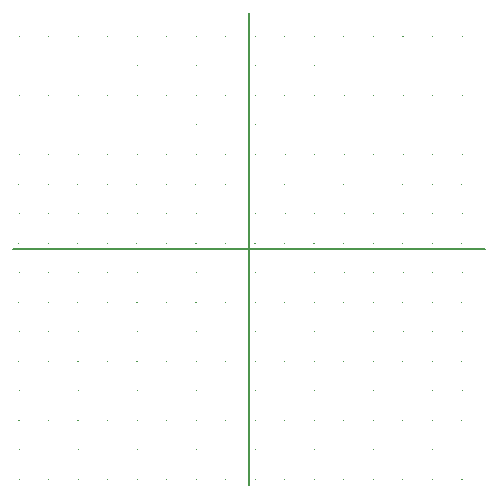
<source format=gto>
G04 #@! TF.GenerationSoftware,KiCad,Pcbnew,7.0.2-6a45011f42~172~ubuntu22.04.1*
G04 #@! TF.CreationDate,2023-08-07T12:42:53-07:00*
G04 #@! TF.ProjectId,driver_40mm_atmega,64726976-6572-45f3-9430-6d6d5f61746d,rev?*
G04 #@! TF.SameCoordinates,Original*
G04 #@! TF.FileFunction,Legend,Top*
G04 #@! TF.FilePolarity,Positive*
%FSLAX46Y46*%
G04 Gerber Fmt 4.6, Leading zero omitted, Abs format (unit mm)*
G04 Created by KiCad (PCBNEW 7.0.2-6a45011f42~172~ubuntu22.04.1) date 2023-08-07 12:42:53*
%MOMM*%
%LPD*%
G01*
G04 APERTURE LIST*
G04 Aperture macros list*
%AMRoundRect*
0 Rectangle with rounded corners*
0 $1 Rounding radius*
0 $2 $3 $4 $5 $6 $7 $8 $9 X,Y pos of 4 corners*
0 Add a 4 corners polygon primitive as box body*
4,1,4,$2,$3,$4,$5,$6,$7,$8,$9,$2,$3,0*
0 Add four circle primitives for the rounded corners*
1,1,$1+$1,$2,$3*
1,1,$1+$1,$4,$5*
1,1,$1+$1,$6,$7*
1,1,$1+$1,$8,$9*
0 Add four rect primitives between the rounded corners*
20,1,$1+$1,$2,$3,$4,$5,0*
20,1,$1+$1,$4,$5,$6,$7,0*
20,1,$1+$1,$6,$7,$8,$9,0*
20,1,$1+$1,$8,$9,$2,$3,0*%
G04 Aperture macros list end*
%ADD10C,0.200000*%
%ADD11C,0.100000*%
%ADD12RoundRect,0.147500X0.017678X-0.226274X0.226274X-0.017678X-0.017678X0.226274X-0.226274X0.017678X0*%
G04 APERTURE END LIST*
D10*
X50000000Y-70000000D02*
X90000000Y-70000000D01*
X70000000Y-50000000D02*
X70000000Y-90000000D01*
D11*
X85529254Y-64520746D02*
G75*
G03*
X85529254Y-64520746I-50000J0D01*
G01*
X83029254Y-64520746D02*
G75*
G03*
X83029254Y-64520746I-50000J0D01*
G01*
X80529254Y-64520746D02*
G75*
G03*
X80529254Y-64520746I-50000J0D01*
G01*
X78029254Y-64520746D02*
G75*
G03*
X78029254Y-64520746I-50000J0D01*
G01*
X75529254Y-64520746D02*
G75*
G03*
X75529254Y-64520746I-50000J0D01*
G01*
X73029254Y-64520746D02*
G75*
G03*
X73029254Y-64520746I-50000J0D01*
G01*
X70529254Y-64520746D02*
G75*
G03*
X70529254Y-64520746I-50000J0D01*
G01*
X88029254Y-62020746D02*
G75*
G03*
X88029254Y-62020746I-50000J0D01*
G01*
X85529254Y-62020746D02*
G75*
G03*
X85529254Y-62020746I-50000J0D01*
G01*
X83029254Y-62020746D02*
G75*
G03*
X83029254Y-62020746I-50000J0D01*
G01*
X80529254Y-62020746D02*
G75*
G03*
X80529254Y-62020746I-50000J0D01*
G01*
X78029254Y-62020746D02*
G75*
G03*
X78029254Y-62020746I-50000J0D01*
G01*
X75529254Y-62020746D02*
G75*
G03*
X75529254Y-62020746I-50000J0D01*
G01*
X73029254Y-62020746D02*
G75*
G03*
X73029254Y-62020746I-50000J0D01*
G01*
X88029254Y-59520746D02*
G75*
G03*
X88029254Y-59520746I-50000J0D01*
G01*
X70529254Y-62020746D02*
G75*
G03*
X70529254Y-62020746I-50000J0D01*
G01*
X88029254Y-67020746D02*
G75*
G03*
X88029254Y-67020746I-50000J0D01*
G01*
X80529254Y-69520746D02*
G75*
G03*
X80529254Y-69520746I-50000J0D01*
G01*
X83029254Y-69520746D02*
G75*
G03*
X83029254Y-69520746I-50000J0D01*
G01*
X68029254Y-89520746D02*
G75*
G03*
X68029254Y-89520746I-50000J0D01*
G01*
X85529254Y-69520746D02*
G75*
G03*
X85529254Y-69520746I-50000J0D01*
G01*
X78029254Y-69520746D02*
G75*
G03*
X78029254Y-69520746I-50000J0D01*
G01*
X75529254Y-69520746D02*
G75*
G03*
X75529254Y-69520746I-50000J0D01*
G01*
X73029254Y-69520746D02*
G75*
G03*
X73029254Y-69520746I-50000J0D01*
G01*
X70529254Y-69520746D02*
G75*
G03*
X70529254Y-69520746I-50000J0D01*
G01*
X88029254Y-64520746D02*
G75*
G03*
X88029254Y-64520746I-50000J0D01*
G01*
X85529254Y-67020746D02*
G75*
G03*
X85529254Y-67020746I-50000J0D01*
G01*
X83029254Y-67020746D02*
G75*
G03*
X83029254Y-67020746I-50000J0D01*
G01*
X80529254Y-67020746D02*
G75*
G03*
X80529254Y-67020746I-50000J0D01*
G01*
X78029254Y-67020746D02*
G75*
G03*
X78029254Y-67020746I-50000J0D01*
G01*
X75529254Y-67020746D02*
G75*
G03*
X75529254Y-67020746I-50000J0D01*
G01*
X73029254Y-67020746D02*
G75*
G03*
X73029254Y-67020746I-50000J0D01*
G01*
X70529254Y-67020746D02*
G75*
G03*
X70529254Y-67020746I-50000J0D01*
G01*
X85529254Y-54520746D02*
G75*
G03*
X85529254Y-54520746I-50000J0D01*
G01*
X65529254Y-87020746D02*
G75*
G03*
X65529254Y-87020746I-50000J0D01*
G01*
X70529254Y-52020746D02*
G75*
G03*
X70529254Y-52020746I-50000J0D01*
G01*
X73029254Y-52020746D02*
G75*
G03*
X73029254Y-52020746I-50000J0D01*
G01*
X75529254Y-52020746D02*
G75*
G03*
X75529254Y-52020746I-50000J0D01*
G01*
X78029254Y-52020746D02*
G75*
G03*
X78029254Y-52020746I-50000J0D01*
G01*
X80529254Y-52020746D02*
G75*
G03*
X80529254Y-52020746I-50000J0D01*
G01*
X83029254Y-52020746D02*
G75*
G03*
X83029254Y-52020746I-50000J0D01*
G01*
X85529254Y-52020746D02*
G75*
G03*
X85529254Y-52020746I-50000J0D01*
G01*
X88029254Y-52020746D02*
G75*
G03*
X88029254Y-52020746I-50000J0D01*
G01*
X70529254Y-54520746D02*
G75*
G03*
X70529254Y-54520746I-50000J0D01*
G01*
X73029254Y-54520746D02*
G75*
G03*
X73029254Y-54520746I-50000J0D01*
G01*
X75529254Y-54520746D02*
G75*
G03*
X75529254Y-54520746I-50000J0D01*
G01*
X78029254Y-54520746D02*
G75*
G03*
X78029254Y-54520746I-50000J0D01*
G01*
X80529254Y-54520746D02*
G75*
G03*
X80529254Y-54520746I-50000J0D01*
G01*
X83029254Y-54520746D02*
G75*
G03*
X83029254Y-54520746I-50000J0D01*
G01*
X85529254Y-59520746D02*
G75*
G03*
X85529254Y-59520746I-50000J0D01*
G01*
X88029254Y-54520746D02*
G75*
G03*
X88029254Y-54520746I-50000J0D01*
G01*
X70529254Y-57020746D02*
G75*
G03*
X70529254Y-57020746I-50000J0D01*
G01*
X73029254Y-57020746D02*
G75*
G03*
X73029254Y-57020746I-50000J0D01*
G01*
X75529254Y-57020746D02*
G75*
G03*
X75529254Y-57020746I-50000J0D01*
G01*
X78029254Y-57020746D02*
G75*
G03*
X78029254Y-57020746I-50000J0D01*
G01*
X80529254Y-57020746D02*
G75*
G03*
X80529254Y-57020746I-50000J0D01*
G01*
X83029254Y-57020746D02*
G75*
G03*
X83029254Y-57020746I-50000J0D01*
G01*
X85529254Y-57020746D02*
G75*
G03*
X85529254Y-57020746I-50000J0D01*
G01*
X88029254Y-57020746D02*
G75*
G03*
X88029254Y-57020746I-50000J0D01*
G01*
X70529254Y-59520746D02*
G75*
G03*
X70529254Y-59520746I-50000J0D01*
G01*
X73029254Y-59520746D02*
G75*
G03*
X73029254Y-59520746I-50000J0D01*
G01*
X75529254Y-59520746D02*
G75*
G03*
X75529254Y-59520746I-50000J0D01*
G01*
X78029254Y-59520746D02*
G75*
G03*
X78029254Y-59520746I-50000J0D01*
G01*
X80529254Y-59520746D02*
G75*
G03*
X80529254Y-59520746I-50000J0D01*
G01*
X83029254Y-59520746D02*
G75*
G03*
X83029254Y-59520746I-50000J0D01*
G01*
X88029254Y-82020746D02*
G75*
G03*
X88029254Y-82020746I-50000J0D01*
G01*
X88029254Y-84520746D02*
G75*
G03*
X88029254Y-84520746I-50000J0D01*
G01*
X85529254Y-84520746D02*
G75*
G03*
X85529254Y-84520746I-50000J0D01*
G01*
X83029254Y-84520746D02*
G75*
G03*
X83029254Y-84520746I-50000J0D01*
G01*
X80529254Y-84520746D02*
G75*
G03*
X80529254Y-84520746I-50000J0D01*
G01*
X78029254Y-84520746D02*
G75*
G03*
X78029254Y-84520746I-50000J0D01*
G01*
X75529254Y-84520746D02*
G75*
G03*
X75529254Y-84520746I-50000J0D01*
G01*
X73029254Y-84520746D02*
G75*
G03*
X73029254Y-84520746I-50000J0D01*
G01*
X70529254Y-84520746D02*
G75*
G03*
X70529254Y-84520746I-50000J0D01*
G01*
X70529254Y-87020746D02*
G75*
G03*
X70529254Y-87020746I-50000J0D01*
G01*
X85529254Y-82020746D02*
G75*
G03*
X85529254Y-82020746I-50000J0D01*
G01*
X83029254Y-82020746D02*
G75*
G03*
X83029254Y-82020746I-50000J0D01*
G01*
X80529254Y-82020746D02*
G75*
G03*
X80529254Y-82020746I-50000J0D01*
G01*
X78029254Y-82020746D02*
G75*
G03*
X78029254Y-82020746I-50000J0D01*
G01*
X75529254Y-82020746D02*
G75*
G03*
X75529254Y-82020746I-50000J0D01*
G01*
X73029254Y-82020746D02*
G75*
G03*
X73029254Y-82020746I-50000J0D01*
G01*
X70529254Y-82020746D02*
G75*
G03*
X70529254Y-82020746I-50000J0D01*
G01*
X88029254Y-79520746D02*
G75*
G03*
X88029254Y-79520746I-50000J0D01*
G01*
X73029254Y-87020746D02*
G75*
G03*
X73029254Y-87020746I-50000J0D01*
G01*
X75529254Y-87020746D02*
G75*
G03*
X75529254Y-87020746I-50000J0D01*
G01*
X78029254Y-87020746D02*
G75*
G03*
X78029254Y-87020746I-50000J0D01*
G01*
X80529254Y-87020746D02*
G75*
G03*
X80529254Y-87020746I-50000J0D01*
G01*
X83029254Y-87020746D02*
G75*
G03*
X83029254Y-87020746I-50000J0D01*
G01*
X85529254Y-87020746D02*
G75*
G03*
X85529254Y-87020746I-50000J0D01*
G01*
X88029254Y-87020746D02*
G75*
G03*
X88029254Y-87020746I-50000J0D01*
G01*
X70529254Y-89520746D02*
G75*
G03*
X70529254Y-89520746I-50000J0D01*
G01*
X73029254Y-89520746D02*
G75*
G03*
X73029254Y-89520746I-50000J0D01*
G01*
X75529254Y-89520746D02*
G75*
G03*
X75529254Y-89520746I-50000J0D01*
G01*
X78029254Y-89520746D02*
G75*
G03*
X78029254Y-89520746I-50000J0D01*
G01*
X80529254Y-89520746D02*
G75*
G03*
X80529254Y-89520746I-50000J0D01*
G01*
X83029254Y-89520746D02*
G75*
G03*
X83029254Y-89520746I-50000J0D01*
G01*
X85529254Y-89520746D02*
G75*
G03*
X85529254Y-89520746I-50000J0D01*
G01*
X88029254Y-89520746D02*
G75*
G03*
X88029254Y-89520746I-50000J0D01*
G01*
X88029254Y-74520746D02*
G75*
G03*
X88029254Y-74520746I-50000J0D01*
G01*
X70529254Y-72020746D02*
G75*
G03*
X70529254Y-72020746I-50000J0D01*
G01*
X73029254Y-72020746D02*
G75*
G03*
X73029254Y-72020746I-50000J0D01*
G01*
X75529254Y-72020746D02*
G75*
G03*
X75529254Y-72020746I-50000J0D01*
G01*
X78029254Y-72020746D02*
G75*
G03*
X78029254Y-72020746I-50000J0D01*
G01*
X80529254Y-72020746D02*
G75*
G03*
X80529254Y-72020746I-50000J0D01*
G01*
X83029254Y-72020746D02*
G75*
G03*
X83029254Y-72020746I-50000J0D01*
G01*
X85529254Y-72020746D02*
G75*
G03*
X85529254Y-72020746I-50000J0D01*
G01*
X88029254Y-72020746D02*
G75*
G03*
X88029254Y-72020746I-50000J0D01*
G01*
X70529254Y-74520746D02*
G75*
G03*
X70529254Y-74520746I-50000J0D01*
G01*
X73029254Y-74520746D02*
G75*
G03*
X73029254Y-74520746I-50000J0D01*
G01*
X75529254Y-74520746D02*
G75*
G03*
X75529254Y-74520746I-50000J0D01*
G01*
X78029254Y-74520746D02*
G75*
G03*
X78029254Y-74520746I-50000J0D01*
G01*
X80529254Y-74520746D02*
G75*
G03*
X80529254Y-74520746I-50000J0D01*
G01*
X83029254Y-74520746D02*
G75*
G03*
X83029254Y-74520746I-50000J0D01*
G01*
X85529254Y-74520746D02*
G75*
G03*
X85529254Y-74520746I-50000J0D01*
G01*
X88029254Y-69520746D02*
G75*
G03*
X88029254Y-69520746I-50000J0D01*
G01*
X70529254Y-77020746D02*
G75*
G03*
X70529254Y-77020746I-50000J0D01*
G01*
X73029254Y-77020746D02*
G75*
G03*
X73029254Y-77020746I-50000J0D01*
G01*
X75529254Y-77020746D02*
G75*
G03*
X75529254Y-77020746I-50000J0D01*
G01*
X78029254Y-77020746D02*
G75*
G03*
X78029254Y-77020746I-50000J0D01*
G01*
X80529254Y-77020746D02*
G75*
G03*
X80529254Y-77020746I-50000J0D01*
G01*
X83029254Y-77020746D02*
G75*
G03*
X83029254Y-77020746I-50000J0D01*
G01*
X85529254Y-77020746D02*
G75*
G03*
X85529254Y-77020746I-50000J0D01*
G01*
X88029254Y-77020746D02*
G75*
G03*
X88029254Y-77020746I-50000J0D01*
G01*
X70529254Y-79520746D02*
G75*
G03*
X70529254Y-79520746I-50000J0D01*
G01*
X73029254Y-79520746D02*
G75*
G03*
X73029254Y-79520746I-50000J0D01*
G01*
X75529254Y-79520746D02*
G75*
G03*
X75529254Y-79520746I-50000J0D01*
G01*
X78029254Y-79520746D02*
G75*
G03*
X78029254Y-79520746I-50000J0D01*
G01*
X80529254Y-79520746D02*
G75*
G03*
X80529254Y-79520746I-50000J0D01*
G01*
X83029254Y-79520746D02*
G75*
G03*
X83029254Y-79520746I-50000J0D01*
G01*
X85529254Y-79520746D02*
G75*
G03*
X85529254Y-79520746I-50000J0D01*
G01*
X68029254Y-64520746D02*
G75*
G03*
X68029254Y-64520746I-50000J0D01*
G01*
X50529254Y-62020746D02*
G75*
G03*
X50529254Y-62020746I-50000J0D01*
G01*
X53029254Y-62020746D02*
G75*
G03*
X53029254Y-62020746I-50000J0D01*
G01*
X55529254Y-62020746D02*
G75*
G03*
X55529254Y-62020746I-50000J0D01*
G01*
X58029254Y-62020746D02*
G75*
G03*
X58029254Y-62020746I-50000J0D01*
G01*
X60529254Y-62020746D02*
G75*
G03*
X60529254Y-62020746I-50000J0D01*
G01*
X63029254Y-62020746D02*
G75*
G03*
X63029254Y-62020746I-50000J0D01*
G01*
X65529254Y-62020746D02*
G75*
G03*
X65529254Y-62020746I-50000J0D01*
G01*
X68029254Y-62020746D02*
G75*
G03*
X68029254Y-62020746I-50000J0D01*
G01*
X50529254Y-64520746D02*
G75*
G03*
X50529254Y-64520746I-50000J0D01*
G01*
X53029254Y-64520746D02*
G75*
G03*
X53029254Y-64520746I-50000J0D01*
G01*
X55529254Y-64520746D02*
G75*
G03*
X55529254Y-64520746I-50000J0D01*
G01*
X58029254Y-64520746D02*
G75*
G03*
X58029254Y-64520746I-50000J0D01*
G01*
X60529254Y-64520746D02*
G75*
G03*
X60529254Y-64520746I-50000J0D01*
G01*
X63029254Y-64520746D02*
G75*
G03*
X63029254Y-64520746I-50000J0D01*
G01*
X65529254Y-64520746D02*
G75*
G03*
X65529254Y-64520746I-50000J0D01*
G01*
X68029254Y-59520746D02*
G75*
G03*
X68029254Y-59520746I-50000J0D01*
G01*
X50529254Y-67020746D02*
G75*
G03*
X50529254Y-67020746I-50000J0D01*
G01*
X53029254Y-67020746D02*
G75*
G03*
X53029254Y-67020746I-50000J0D01*
G01*
X55529254Y-67020746D02*
G75*
G03*
X55529254Y-67020746I-50000J0D01*
G01*
X58029254Y-67020746D02*
G75*
G03*
X58029254Y-67020746I-50000J0D01*
G01*
X60529254Y-67020746D02*
G75*
G03*
X60529254Y-67020746I-50000J0D01*
G01*
X63029254Y-67020746D02*
G75*
G03*
X63029254Y-67020746I-50000J0D01*
G01*
X65529254Y-67020746D02*
G75*
G03*
X65529254Y-67020746I-50000J0D01*
G01*
X68029254Y-67020746D02*
G75*
G03*
X68029254Y-67020746I-50000J0D01*
G01*
X50529254Y-69520746D02*
G75*
G03*
X50529254Y-69520746I-50000J0D01*
G01*
X53029254Y-69520746D02*
G75*
G03*
X53029254Y-69520746I-50000J0D01*
G01*
X55529254Y-69520746D02*
G75*
G03*
X55529254Y-69520746I-50000J0D01*
G01*
X58029254Y-69520746D02*
G75*
G03*
X58029254Y-69520746I-50000J0D01*
G01*
X60529254Y-69520746D02*
G75*
G03*
X60529254Y-69520746I-50000J0D01*
G01*
X63029254Y-69520746D02*
G75*
G03*
X63029254Y-69520746I-50000J0D01*
G01*
X65529254Y-69520746D02*
G75*
G03*
X65529254Y-69520746I-50000J0D01*
G01*
X68029254Y-54520746D02*
G75*
G03*
X68029254Y-54520746I-50000J0D01*
G01*
X50529254Y-52020746D02*
G75*
G03*
X50529254Y-52020746I-50000J0D01*
G01*
X53029254Y-52020746D02*
G75*
G03*
X53029254Y-52020746I-50000J0D01*
G01*
X55529254Y-52020746D02*
G75*
G03*
X55529254Y-52020746I-50000J0D01*
G01*
X58029254Y-52020746D02*
G75*
G03*
X58029254Y-52020746I-50000J0D01*
G01*
X60529254Y-52020746D02*
G75*
G03*
X60529254Y-52020746I-50000J0D01*
G01*
X63029254Y-52020746D02*
G75*
G03*
X63029254Y-52020746I-50000J0D01*
G01*
X65529254Y-52020746D02*
G75*
G03*
X65529254Y-52020746I-50000J0D01*
G01*
X68029254Y-52020746D02*
G75*
G03*
X68029254Y-52020746I-50000J0D01*
G01*
X50529254Y-54520746D02*
G75*
G03*
X50529254Y-54520746I-50000J0D01*
G01*
X53029254Y-54520746D02*
G75*
G03*
X53029254Y-54520746I-50000J0D01*
G01*
X55529254Y-54520746D02*
G75*
G03*
X55529254Y-54520746I-50000J0D01*
G01*
X58029254Y-54520746D02*
G75*
G03*
X58029254Y-54520746I-50000J0D01*
G01*
X60529254Y-54520746D02*
G75*
G03*
X60529254Y-54520746I-50000J0D01*
G01*
X63029254Y-54520746D02*
G75*
G03*
X63029254Y-54520746I-50000J0D01*
G01*
X65529254Y-54520746D02*
G75*
G03*
X65529254Y-54520746I-50000J0D01*
G01*
X63029254Y-89520746D02*
G75*
G03*
X63029254Y-89520746I-50000J0D01*
G01*
X50529254Y-57020746D02*
G75*
G03*
X50529254Y-57020746I-50000J0D01*
G01*
X53029254Y-57020746D02*
G75*
G03*
X53029254Y-57020746I-50000J0D01*
G01*
X55529254Y-57020746D02*
G75*
G03*
X55529254Y-57020746I-50000J0D01*
G01*
X58029254Y-57020746D02*
G75*
G03*
X58029254Y-57020746I-50000J0D01*
G01*
X60529254Y-57020746D02*
G75*
G03*
X60529254Y-57020746I-50000J0D01*
G01*
X63029254Y-57020746D02*
G75*
G03*
X63029254Y-57020746I-50000J0D01*
G01*
X65529254Y-57020746D02*
G75*
G03*
X65529254Y-57020746I-50000J0D01*
G01*
X68029254Y-57020746D02*
G75*
G03*
X68029254Y-57020746I-50000J0D01*
G01*
X50529254Y-59520746D02*
G75*
G03*
X50529254Y-59520746I-50000J0D01*
G01*
X53029254Y-59520746D02*
G75*
G03*
X53029254Y-59520746I-50000J0D01*
G01*
X55529254Y-59520746D02*
G75*
G03*
X55529254Y-59520746I-50000J0D01*
G01*
X58029254Y-59520746D02*
G75*
G03*
X58029254Y-59520746I-50000J0D01*
G01*
X60529254Y-59520746D02*
G75*
G03*
X60529254Y-59520746I-50000J0D01*
G01*
X63029254Y-59520746D02*
G75*
G03*
X63029254Y-59520746I-50000J0D01*
G01*
X65529254Y-59520746D02*
G75*
G03*
X65529254Y-59520746I-50000J0D01*
G01*
X65529254Y-84520746D02*
G75*
G03*
X65529254Y-84520746I-50000J0D01*
G01*
X68029254Y-79520746D02*
G75*
G03*
X68029254Y-79520746I-50000J0D01*
G01*
X50529254Y-82020746D02*
G75*
G03*
X50529254Y-82020746I-50000J0D01*
G01*
X53029254Y-82020746D02*
G75*
G03*
X53029254Y-82020746I-50000J0D01*
G01*
X55529254Y-82020746D02*
G75*
G03*
X55529254Y-82020746I-50000J0D01*
G01*
X58029254Y-82020746D02*
G75*
G03*
X58029254Y-82020746I-50000J0D01*
G01*
X60529254Y-82020746D02*
G75*
G03*
X60529254Y-82020746I-50000J0D01*
G01*
X63029254Y-82020746D02*
G75*
G03*
X63029254Y-82020746I-50000J0D01*
G01*
X65529254Y-82020746D02*
G75*
G03*
X65529254Y-82020746I-50000J0D01*
G01*
X68029254Y-82020746D02*
G75*
G03*
X68029254Y-82020746I-50000J0D01*
G01*
X50529254Y-84520746D02*
G75*
G03*
X50529254Y-84520746I-50000J0D01*
G01*
X53029254Y-84520746D02*
G75*
G03*
X53029254Y-84520746I-50000J0D01*
G01*
X55529254Y-84520746D02*
G75*
G03*
X55529254Y-84520746I-50000J0D01*
G01*
X58029254Y-84520746D02*
G75*
G03*
X58029254Y-84520746I-50000J0D01*
G01*
X60529254Y-84520746D02*
G75*
G03*
X60529254Y-84520746I-50000J0D01*
G01*
X63029254Y-84520746D02*
G75*
G03*
X63029254Y-84520746I-50000J0D01*
G01*
X50529254Y-72020746D02*
G75*
G03*
X50529254Y-72020746I-50000J0D01*
G01*
X68029254Y-84520746D02*
G75*
G03*
X68029254Y-84520746I-50000J0D01*
G01*
X50529254Y-87020746D02*
G75*
G03*
X50529254Y-87020746I-50000J0D01*
G01*
X53029254Y-87020746D02*
G75*
G03*
X53029254Y-87020746I-50000J0D01*
G01*
X55529254Y-87020746D02*
G75*
G03*
X55529254Y-87020746I-50000J0D01*
G01*
X58029254Y-87020746D02*
G75*
G03*
X58029254Y-87020746I-50000J0D01*
G01*
X60529254Y-87020746D02*
G75*
G03*
X60529254Y-87020746I-50000J0D01*
G01*
X63029254Y-87020746D02*
G75*
G03*
X63029254Y-87020746I-50000J0D01*
G01*
X68029254Y-87020746D02*
G75*
G03*
X68029254Y-87020746I-50000J0D01*
G01*
X50529254Y-89520746D02*
G75*
G03*
X50529254Y-89520746I-50000J0D01*
G01*
X53029254Y-89520746D02*
G75*
G03*
X53029254Y-89520746I-50000J0D01*
G01*
X55529254Y-89520746D02*
G75*
G03*
X55529254Y-89520746I-50000J0D01*
G01*
X58029254Y-89520746D02*
G75*
G03*
X58029254Y-89520746I-50000J0D01*
G01*
X60529254Y-89520746D02*
G75*
G03*
X60529254Y-89520746I-50000J0D01*
G01*
X65529254Y-89520746D02*
G75*
G03*
X65529254Y-89520746I-50000J0D01*
G01*
X63029254Y-79520746D02*
G75*
G03*
X63029254Y-79520746I-50000J0D01*
G01*
X68029254Y-69520746D02*
G75*
G03*
X68029254Y-69520746I-50000J0D01*
G01*
X53029254Y-72020746D02*
G75*
G03*
X53029254Y-72020746I-50000J0D01*
G01*
X55529254Y-72020746D02*
G75*
G03*
X55529254Y-72020746I-50000J0D01*
G01*
X58029254Y-72020746D02*
G75*
G03*
X58029254Y-72020746I-50000J0D01*
G01*
X60529254Y-72020746D02*
G75*
G03*
X60529254Y-72020746I-50000J0D01*
G01*
X63029254Y-72020746D02*
G75*
G03*
X63029254Y-72020746I-50000J0D01*
G01*
X65529254Y-72020746D02*
G75*
G03*
X65529254Y-72020746I-50000J0D01*
G01*
X65529254Y-79520746D02*
G75*
G03*
X65529254Y-79520746I-50000J0D01*
G01*
X68029254Y-72020746D02*
G75*
G03*
X68029254Y-72020746I-50000J0D01*
G01*
X50529254Y-74520746D02*
G75*
G03*
X50529254Y-74520746I-50000J0D01*
G01*
X53029254Y-74520746D02*
G75*
G03*
X53029254Y-74520746I-50000J0D01*
G01*
X55529254Y-74520746D02*
G75*
G03*
X55529254Y-74520746I-50000J0D01*
G01*
X58029254Y-74520746D02*
G75*
G03*
X58029254Y-74520746I-50000J0D01*
G01*
X60529254Y-74520746D02*
G75*
G03*
X60529254Y-74520746I-50000J0D01*
G01*
X63029254Y-74520746D02*
G75*
G03*
X63029254Y-74520746I-50000J0D01*
G01*
X68029254Y-74520746D02*
G75*
G03*
X68029254Y-74520746I-50000J0D01*
G01*
X65529254Y-74520746D02*
G75*
G03*
X65529254Y-74520746I-50000J0D01*
G01*
X60529254Y-79520746D02*
G75*
G03*
X60529254Y-79520746I-50000J0D01*
G01*
X58029254Y-79520746D02*
G75*
G03*
X58029254Y-79520746I-50000J0D01*
G01*
X55529254Y-79520746D02*
G75*
G03*
X55529254Y-79520746I-50000J0D01*
G01*
X53029254Y-79520746D02*
G75*
G03*
X53029254Y-79520746I-50000J0D01*
G01*
X50529254Y-79520746D02*
G75*
G03*
X50529254Y-79520746I-50000J0D01*
G01*
X68029254Y-77020746D02*
G75*
G03*
X68029254Y-77020746I-50000J0D01*
G01*
X65529254Y-77020746D02*
G75*
G03*
X65529254Y-77020746I-50000J0D01*
G01*
X63029254Y-77020746D02*
G75*
G03*
X63029254Y-77020746I-50000J0D01*
G01*
X60529254Y-77020746D02*
G75*
G03*
X60529254Y-77020746I-50000J0D01*
G01*
X58029254Y-77020746D02*
G75*
G03*
X58029254Y-77020746I-50000J0D01*
G01*
X55529254Y-77020746D02*
G75*
G03*
X55529254Y-77020746I-50000J0D01*
G01*
X53029254Y-77020746D02*
G75*
G03*
X53029254Y-77020746I-50000J0D01*
G01*
X50529254Y-77020746D02*
G75*
G03*
X50529254Y-77020746I-50000J0D01*
G01*
%LPC*%
D12*
X85907053Y-64092947D03*
X86592947Y-63407053D03*
X83407053Y-64092947D03*
X84092947Y-63407053D03*
X80907053Y-64092947D03*
X81592947Y-63407053D03*
X78407053Y-64092947D03*
X79092947Y-63407053D03*
X75907053Y-64092947D03*
X76592947Y-63407053D03*
X73407053Y-64092947D03*
X74092947Y-63407053D03*
X70907053Y-64092947D03*
X71592947Y-63407053D03*
X88407053Y-61592947D03*
X89092947Y-60907053D03*
X85907053Y-61592947D03*
X86592947Y-60907053D03*
X83407053Y-61592947D03*
X84092947Y-60907053D03*
X80907053Y-61592947D03*
X81592947Y-60907053D03*
X78407053Y-61592947D03*
X79092947Y-60907053D03*
X75907053Y-61592947D03*
X76592947Y-60907053D03*
X73407053Y-61592947D03*
X74092947Y-60907053D03*
X88407053Y-59092947D03*
X89092947Y-58407053D03*
X70907053Y-61592947D03*
X71592947Y-60907053D03*
X88407053Y-66592947D03*
X89092947Y-65907053D03*
X80907053Y-69092947D03*
X81592947Y-68407053D03*
X83407053Y-69092947D03*
X84092947Y-68407053D03*
X68407053Y-89092947D03*
X69092947Y-88407053D03*
X85907053Y-69092947D03*
X86592947Y-68407053D03*
X78407053Y-69092947D03*
X79092947Y-68407053D03*
X75907053Y-69092947D03*
X76592947Y-68407053D03*
X73407053Y-69092947D03*
X74092947Y-68407053D03*
X70907053Y-69092947D03*
X71592947Y-68407053D03*
X88407053Y-64092947D03*
X89092947Y-63407053D03*
X85907053Y-66592947D03*
X86592947Y-65907053D03*
X83407053Y-66592947D03*
X84092947Y-65907053D03*
X80907053Y-66592947D03*
X81592947Y-65907053D03*
X78407053Y-66592947D03*
X79092947Y-65907053D03*
X75907053Y-66592947D03*
X76592947Y-65907053D03*
X73407053Y-66592947D03*
X74092947Y-65907053D03*
X70907053Y-66592947D03*
X71592947Y-65907053D03*
X85907053Y-54092947D03*
X86592947Y-53407053D03*
X65907053Y-86592947D03*
X66592947Y-85907053D03*
X70907053Y-51592947D03*
X71592947Y-50907053D03*
X73407053Y-51592947D03*
X74092947Y-50907053D03*
X75907053Y-51592947D03*
X76592947Y-50907053D03*
X78407053Y-51592947D03*
X79092947Y-50907053D03*
X80907053Y-51592947D03*
X81592947Y-50907053D03*
X83407053Y-51592947D03*
X84092947Y-50907053D03*
X85907053Y-51592947D03*
X86592947Y-50907053D03*
X88407053Y-51592947D03*
X89092947Y-50907053D03*
X70907053Y-54092947D03*
X71592947Y-53407053D03*
X73407053Y-54092947D03*
X74092947Y-53407053D03*
X75907053Y-54092947D03*
X76592947Y-53407053D03*
X78407053Y-54092947D03*
X79092947Y-53407053D03*
X80907053Y-54092947D03*
X81592947Y-53407053D03*
X83407053Y-54092947D03*
X84092947Y-53407053D03*
X85907053Y-59092947D03*
X86592947Y-58407053D03*
X88407053Y-54092947D03*
X89092947Y-53407053D03*
X70907053Y-56592947D03*
X71592947Y-55907053D03*
X73407053Y-56592947D03*
X74092947Y-55907053D03*
X75907053Y-56592947D03*
X76592947Y-55907053D03*
X78407053Y-56592947D03*
X79092947Y-55907053D03*
X80907053Y-56592947D03*
X81592947Y-55907053D03*
X83407053Y-56592947D03*
X84092947Y-55907053D03*
X85907053Y-56592947D03*
X86592947Y-55907053D03*
X88407053Y-56592947D03*
X89092947Y-55907053D03*
X70907053Y-59092947D03*
X71592947Y-58407053D03*
X73407053Y-59092947D03*
X74092947Y-58407053D03*
X75907053Y-59092947D03*
X76592947Y-58407053D03*
X78407053Y-59092947D03*
X79092947Y-58407053D03*
X80907053Y-59092947D03*
X81592947Y-58407053D03*
X83407053Y-59092947D03*
X84092947Y-58407053D03*
X88407053Y-81592947D03*
X89092947Y-80907053D03*
X88407053Y-84092947D03*
X89092947Y-83407053D03*
X85907053Y-84092947D03*
X86592947Y-83407053D03*
X83407053Y-84092947D03*
X84092947Y-83407053D03*
X80907053Y-84092947D03*
X81592947Y-83407053D03*
X78407053Y-84092947D03*
X79092947Y-83407053D03*
X75907053Y-84092947D03*
X76592947Y-83407053D03*
X73407053Y-84092947D03*
X74092947Y-83407053D03*
X70907053Y-84092947D03*
X71592947Y-83407053D03*
X70907053Y-86592947D03*
X71592947Y-85907053D03*
X85907053Y-81592947D03*
X86592947Y-80907053D03*
X83407053Y-81592947D03*
X84092947Y-80907053D03*
X80907053Y-81592947D03*
X81592947Y-80907053D03*
X78407053Y-81592947D03*
X79092947Y-80907053D03*
X75907053Y-81592947D03*
X76592947Y-80907053D03*
X73407053Y-81592947D03*
X74092947Y-80907053D03*
X70907053Y-81592947D03*
X71592947Y-80907053D03*
X88407053Y-79092947D03*
X89092947Y-78407053D03*
X73407053Y-86592947D03*
X74092947Y-85907053D03*
X75907053Y-86592947D03*
X76592947Y-85907053D03*
X78407053Y-86592947D03*
X79092947Y-85907053D03*
X80907053Y-86592947D03*
X81592947Y-85907053D03*
X83407053Y-86592947D03*
X84092947Y-85907053D03*
X85907053Y-86592947D03*
X86592947Y-85907053D03*
X88407053Y-86592947D03*
X89092947Y-85907053D03*
X70907053Y-89092947D03*
X71592947Y-88407053D03*
X73407053Y-89092947D03*
X74092947Y-88407053D03*
X75907053Y-89092947D03*
X76592947Y-88407053D03*
X78407053Y-89092947D03*
X79092947Y-88407053D03*
X80907053Y-89092947D03*
X81592947Y-88407053D03*
X83407053Y-89092947D03*
X84092947Y-88407053D03*
X85907053Y-89092947D03*
X86592947Y-88407053D03*
X88407053Y-89092947D03*
X89092947Y-88407053D03*
X88407053Y-74092947D03*
X89092947Y-73407053D03*
X70907053Y-71592947D03*
X71592947Y-70907053D03*
X73407053Y-71592947D03*
X74092947Y-70907053D03*
X75907053Y-71592947D03*
X76592947Y-70907053D03*
X78407053Y-71592947D03*
X79092947Y-70907053D03*
X80907053Y-71592947D03*
X81592947Y-70907053D03*
X83407053Y-71592947D03*
X84092947Y-70907053D03*
X85907053Y-71592947D03*
X86592947Y-70907053D03*
X88407053Y-71592947D03*
X89092947Y-70907053D03*
X70907053Y-74092947D03*
X71592947Y-73407053D03*
X73407053Y-74092947D03*
X74092947Y-73407053D03*
X75907053Y-74092947D03*
X76592947Y-73407053D03*
X78407053Y-74092947D03*
X79092947Y-73407053D03*
X80907053Y-74092947D03*
X81592947Y-73407053D03*
X83407053Y-74092947D03*
X84092947Y-73407053D03*
X85907053Y-74092947D03*
X86592947Y-73407053D03*
X88407053Y-69092947D03*
X89092947Y-68407053D03*
X70907053Y-76592947D03*
X71592947Y-75907053D03*
X73407053Y-76592947D03*
X74092947Y-75907053D03*
X75907053Y-76592947D03*
X76592947Y-75907053D03*
X78407053Y-76592947D03*
X79092947Y-75907053D03*
X80907053Y-76592947D03*
X81592947Y-75907053D03*
X83407053Y-76592947D03*
X84092947Y-75907053D03*
X85907053Y-76592947D03*
X86592947Y-75907053D03*
X88407053Y-76592947D03*
X89092947Y-75907053D03*
X70907053Y-79092947D03*
X71592947Y-78407053D03*
X73407053Y-79092947D03*
X74092947Y-78407053D03*
X75907053Y-79092947D03*
X76592947Y-78407053D03*
X78407053Y-79092947D03*
X79092947Y-78407053D03*
X80907053Y-79092947D03*
X81592947Y-78407053D03*
X83407053Y-79092947D03*
X84092947Y-78407053D03*
X85907053Y-79092947D03*
X86592947Y-78407053D03*
X68407053Y-64092947D03*
X69092947Y-63407053D03*
X50907053Y-61592947D03*
X51592947Y-60907053D03*
X53407053Y-61592947D03*
X54092947Y-60907053D03*
X55907053Y-61592947D03*
X56592947Y-60907053D03*
X58407053Y-61592947D03*
X59092947Y-60907053D03*
X60907053Y-61592947D03*
X61592947Y-60907053D03*
X63407053Y-61592947D03*
X64092947Y-60907053D03*
X65907053Y-61592947D03*
X66592947Y-60907053D03*
X68407053Y-61592947D03*
X69092947Y-60907053D03*
X50907053Y-64092947D03*
X51592947Y-63407053D03*
X53407053Y-64092947D03*
X54092947Y-63407053D03*
X55907053Y-64092947D03*
X56592947Y-63407053D03*
X58407053Y-64092947D03*
X59092947Y-63407053D03*
X60907053Y-64092947D03*
X61592947Y-63407053D03*
X63407053Y-64092947D03*
X64092947Y-63407053D03*
X65907053Y-64092947D03*
X66592947Y-63407053D03*
X68407053Y-59092947D03*
X69092947Y-58407053D03*
X50907053Y-66592947D03*
X51592947Y-65907053D03*
X53407053Y-66592947D03*
X54092947Y-65907053D03*
X55907053Y-66592947D03*
X56592947Y-65907053D03*
X58407053Y-66592947D03*
X59092947Y-65907053D03*
X60907053Y-66592947D03*
X61592947Y-65907053D03*
X63407053Y-66592947D03*
X64092947Y-65907053D03*
X65907053Y-66592947D03*
X66592947Y-65907053D03*
X68407053Y-66592947D03*
X69092947Y-65907053D03*
X50907053Y-69092947D03*
X51592947Y-68407053D03*
X53407053Y-69092947D03*
X54092947Y-68407053D03*
X55907053Y-69092947D03*
X56592947Y-68407053D03*
X58407053Y-69092947D03*
X59092947Y-68407053D03*
X60907053Y-69092947D03*
X61592947Y-68407053D03*
X63407053Y-69092947D03*
X64092947Y-68407053D03*
X65907053Y-69092947D03*
X66592947Y-68407053D03*
X68407053Y-54092947D03*
X69092947Y-53407053D03*
X50907053Y-51592947D03*
X51592947Y-50907053D03*
X53407053Y-51592947D03*
X54092947Y-50907053D03*
X55907053Y-51592947D03*
X56592947Y-50907053D03*
X58407053Y-51592947D03*
X59092947Y-50907053D03*
X60907053Y-51592947D03*
X61592947Y-50907053D03*
X63407053Y-51592947D03*
X64092947Y-50907053D03*
X65907053Y-51592947D03*
X66592947Y-50907053D03*
X68407053Y-51592947D03*
X69092947Y-50907053D03*
X50907053Y-54092947D03*
X51592947Y-53407053D03*
X53407053Y-54092947D03*
X54092947Y-53407053D03*
X55907053Y-54092947D03*
X56592947Y-53407053D03*
X58407053Y-54092947D03*
X59092947Y-53407053D03*
X60907053Y-54092947D03*
X61592947Y-53407053D03*
X63407053Y-54092947D03*
X64092947Y-53407053D03*
X65907053Y-54092947D03*
X66592947Y-53407053D03*
X63407053Y-89092947D03*
X64092947Y-88407053D03*
X50907053Y-56592947D03*
X51592947Y-55907053D03*
X53407053Y-56592947D03*
X54092947Y-55907053D03*
X55907053Y-56592947D03*
X56592947Y-55907053D03*
X58407053Y-56592947D03*
X59092947Y-55907053D03*
X60907053Y-56592947D03*
X61592947Y-55907053D03*
X63407053Y-56592947D03*
X64092947Y-55907053D03*
X65907053Y-56592947D03*
X66592947Y-55907053D03*
X68407053Y-56592947D03*
X69092947Y-55907053D03*
X50907053Y-59092947D03*
X51592947Y-58407053D03*
X53407053Y-59092947D03*
X54092947Y-58407053D03*
X55907053Y-59092947D03*
X56592947Y-58407053D03*
X58407053Y-59092947D03*
X59092947Y-58407053D03*
X60907053Y-59092947D03*
X61592947Y-58407053D03*
X63407053Y-59092947D03*
X64092947Y-58407053D03*
X65907053Y-59092947D03*
X66592947Y-58407053D03*
X65907053Y-84092947D03*
X66592947Y-83407053D03*
X68407053Y-79092947D03*
X69092947Y-78407053D03*
X50907053Y-81592947D03*
X51592947Y-80907053D03*
X53407053Y-81592947D03*
X54092947Y-80907053D03*
X55907053Y-81592947D03*
X56592947Y-80907053D03*
X58407053Y-81592947D03*
X59092947Y-80907053D03*
X60907053Y-81592947D03*
X61592947Y-80907053D03*
X63407053Y-81592947D03*
X64092947Y-80907053D03*
X65907053Y-81592947D03*
X66592947Y-80907053D03*
X68407053Y-81592947D03*
X69092947Y-80907053D03*
X50907053Y-84092947D03*
X51592947Y-83407053D03*
X53407053Y-84092947D03*
X54092947Y-83407053D03*
X55907053Y-84092947D03*
X56592947Y-83407053D03*
X58407053Y-84092947D03*
X59092947Y-83407053D03*
X60907053Y-84092947D03*
X61592947Y-83407053D03*
X63407053Y-84092947D03*
X64092947Y-83407053D03*
X50907053Y-71592947D03*
X51592947Y-70907053D03*
X68407053Y-84092947D03*
X69092947Y-83407053D03*
X50907053Y-86592947D03*
X51592947Y-85907053D03*
X53407053Y-86592947D03*
X54092947Y-85907053D03*
X55907053Y-86592947D03*
X56592947Y-85907053D03*
X58407053Y-86592947D03*
X59092947Y-85907053D03*
X60907053Y-86592947D03*
X61592947Y-85907053D03*
X63407053Y-86592947D03*
X64092947Y-85907053D03*
X68407053Y-86592947D03*
X69092947Y-85907053D03*
X50907053Y-89092947D03*
X51592947Y-88407053D03*
X53407053Y-89092947D03*
X54092947Y-88407053D03*
X55907053Y-89092947D03*
X56592947Y-88407053D03*
X58407053Y-89092947D03*
X59092947Y-88407053D03*
X60907053Y-89092947D03*
X61592947Y-88407053D03*
X65907053Y-89092947D03*
X66592947Y-88407053D03*
X63407053Y-79092947D03*
X64092947Y-78407053D03*
X68407053Y-69092947D03*
X69092947Y-68407053D03*
X53407053Y-71592947D03*
X54092947Y-70907053D03*
X55907053Y-71592947D03*
X56592947Y-70907053D03*
X58407053Y-71592947D03*
X59092947Y-70907053D03*
X60907053Y-71592947D03*
X61592947Y-70907053D03*
X63407053Y-71592947D03*
X64092947Y-70907053D03*
X65907053Y-71592947D03*
X66592947Y-70907053D03*
X65907053Y-79092947D03*
X66592947Y-78407053D03*
X68407053Y-71592947D03*
X69092947Y-70907053D03*
X50907053Y-74092947D03*
X51592947Y-73407053D03*
X53407053Y-74092947D03*
X54092947Y-73407053D03*
X55907053Y-74092947D03*
X56592947Y-73407053D03*
X58407053Y-74092947D03*
X59092947Y-73407053D03*
X60907053Y-74092947D03*
X61592947Y-73407053D03*
X63407053Y-74092947D03*
X64092947Y-73407053D03*
X68407053Y-74092947D03*
X69092947Y-73407053D03*
X65907053Y-74092947D03*
X66592947Y-73407053D03*
X60907053Y-79092947D03*
X61592947Y-78407053D03*
X58407053Y-79092947D03*
X59092947Y-78407053D03*
X55907053Y-79092947D03*
X56592947Y-78407053D03*
X53407053Y-79092947D03*
X54092947Y-78407053D03*
X50907053Y-79092947D03*
X51592947Y-78407053D03*
X68407053Y-76592947D03*
X69092947Y-75907053D03*
X65907053Y-76592947D03*
X66592947Y-75907053D03*
X63407053Y-76592947D03*
X64092947Y-75907053D03*
X60907053Y-76592947D03*
X61592947Y-75907053D03*
X58407053Y-76592947D03*
X59092947Y-75907053D03*
X55907053Y-76592947D03*
X56592947Y-75907053D03*
X53407053Y-76592947D03*
X54092947Y-75907053D03*
X50907053Y-76592947D03*
X51592947Y-75907053D03*
%LPD*%
M02*

</source>
